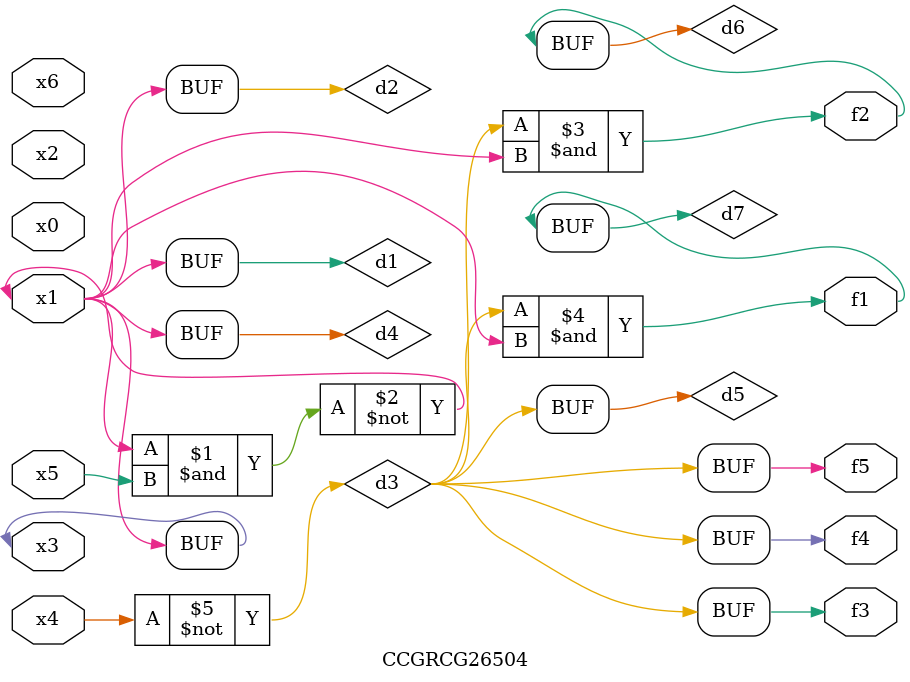
<source format=v>
module CCGRCG26504(
	input x0, x1, x2, x3, x4, x5, x6,
	output f1, f2, f3, f4, f5
);

	wire d1, d2, d3, d4, d5, d6, d7;

	buf (d1, x1, x3);
	nand (d2, x1, x5);
	not (d3, x4);
	buf (d4, d1, d2);
	buf (d5, d3);
	and (d6, d3, d4);
	and (d7, d3, d4);
	assign f1 = d7;
	assign f2 = d6;
	assign f3 = d5;
	assign f4 = d5;
	assign f5 = d5;
endmodule

</source>
